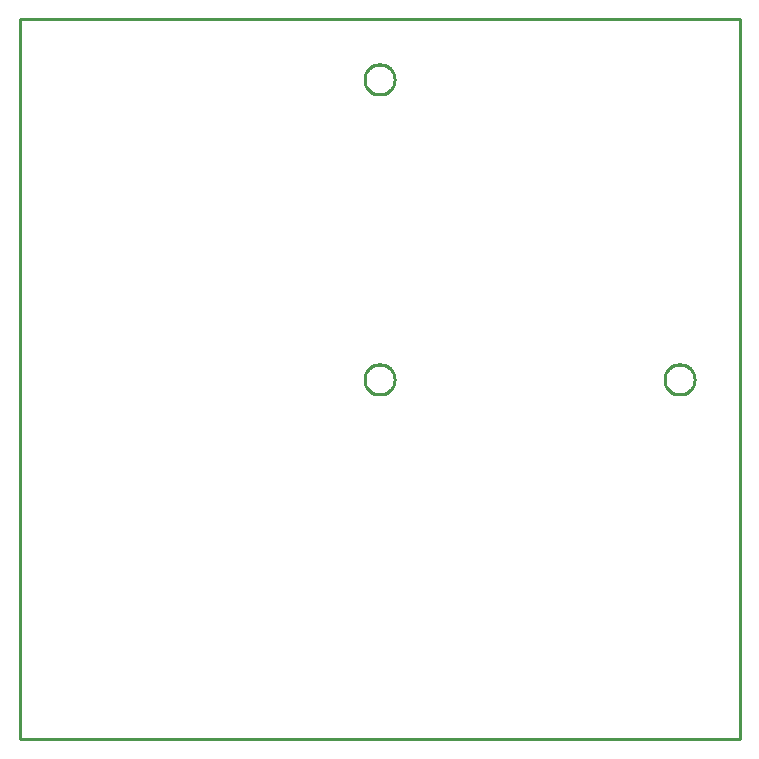
<source format=gbr>
G04 EAGLE Gerber RS-274X export*
G75*
%MOMM*%
%FSLAX34Y34*%
%LPD*%
%IN*%
%IPPOS*%
%AMOC8*
5,1,8,0,0,1.08239X$1,22.5*%
G01*
%ADD10C,0.254000*%


D10*
X0Y0D02*
X609600Y0D01*
X609600Y609600D01*
X0Y609600D01*
X0Y0D01*
X317500Y304301D02*
X317422Y303306D01*
X317266Y302320D01*
X317033Y301350D01*
X316724Y300401D01*
X316342Y299479D01*
X315889Y298590D01*
X315368Y297739D01*
X314781Y296931D01*
X314133Y296173D01*
X313427Y295467D01*
X312669Y294819D01*
X311861Y294232D01*
X311010Y293711D01*
X310121Y293258D01*
X309199Y292876D01*
X308250Y292567D01*
X307280Y292334D01*
X306294Y292178D01*
X305299Y292100D01*
X304301Y292100D01*
X303306Y292178D01*
X302320Y292334D01*
X301350Y292567D01*
X300401Y292876D01*
X299479Y293258D01*
X298590Y293711D01*
X297739Y294232D01*
X296931Y294819D01*
X296173Y295467D01*
X295467Y296173D01*
X294819Y296931D01*
X294232Y297739D01*
X293711Y298590D01*
X293258Y299479D01*
X292876Y300401D01*
X292567Y301350D01*
X292334Y302320D01*
X292178Y303306D01*
X292100Y304301D01*
X292100Y305299D01*
X292178Y306294D01*
X292334Y307280D01*
X292567Y308250D01*
X292876Y309199D01*
X293258Y310121D01*
X293711Y311010D01*
X294232Y311861D01*
X294819Y312669D01*
X295467Y313427D01*
X296173Y314133D01*
X296931Y314781D01*
X297739Y315368D01*
X298590Y315889D01*
X299479Y316342D01*
X300401Y316724D01*
X301350Y317033D01*
X302320Y317266D01*
X303306Y317422D01*
X304301Y317500D01*
X305299Y317500D01*
X306294Y317422D01*
X307280Y317266D01*
X308250Y317033D01*
X309199Y316724D01*
X310121Y316342D01*
X311010Y315889D01*
X311861Y315368D01*
X312669Y314781D01*
X313427Y314133D01*
X314133Y313427D01*
X314781Y312669D01*
X315368Y311861D01*
X315889Y311010D01*
X316342Y310121D01*
X316724Y309199D01*
X317033Y308250D01*
X317266Y307280D01*
X317422Y306294D01*
X317500Y305299D01*
X317500Y304301D01*
X317500Y558301D02*
X317422Y557306D01*
X317266Y556320D01*
X317033Y555350D01*
X316724Y554401D01*
X316342Y553479D01*
X315889Y552590D01*
X315368Y551739D01*
X314781Y550931D01*
X314133Y550173D01*
X313427Y549467D01*
X312669Y548819D01*
X311861Y548232D01*
X311010Y547711D01*
X310121Y547258D01*
X309199Y546876D01*
X308250Y546567D01*
X307280Y546334D01*
X306294Y546178D01*
X305299Y546100D01*
X304301Y546100D01*
X303306Y546178D01*
X302320Y546334D01*
X301350Y546567D01*
X300401Y546876D01*
X299479Y547258D01*
X298590Y547711D01*
X297739Y548232D01*
X296931Y548819D01*
X296173Y549467D01*
X295467Y550173D01*
X294819Y550931D01*
X294232Y551739D01*
X293711Y552590D01*
X293258Y553479D01*
X292876Y554401D01*
X292567Y555350D01*
X292334Y556320D01*
X292178Y557306D01*
X292100Y558301D01*
X292100Y559299D01*
X292178Y560294D01*
X292334Y561280D01*
X292567Y562250D01*
X292876Y563199D01*
X293258Y564121D01*
X293711Y565010D01*
X294232Y565861D01*
X294819Y566669D01*
X295467Y567427D01*
X296173Y568133D01*
X296931Y568781D01*
X297739Y569368D01*
X298590Y569889D01*
X299479Y570342D01*
X300401Y570724D01*
X301350Y571033D01*
X302320Y571266D01*
X303306Y571422D01*
X304301Y571500D01*
X305299Y571500D01*
X306294Y571422D01*
X307280Y571266D01*
X308250Y571033D01*
X309199Y570724D01*
X310121Y570342D01*
X311010Y569889D01*
X311861Y569368D01*
X312669Y568781D01*
X313427Y568133D01*
X314133Y567427D01*
X314781Y566669D01*
X315368Y565861D01*
X315889Y565010D01*
X316342Y564121D01*
X316724Y563199D01*
X317033Y562250D01*
X317266Y561280D01*
X317422Y560294D01*
X317500Y559299D01*
X317500Y558301D01*
X571500Y304301D02*
X571422Y303306D01*
X571266Y302320D01*
X571033Y301350D01*
X570724Y300401D01*
X570342Y299479D01*
X569889Y298590D01*
X569368Y297739D01*
X568781Y296931D01*
X568133Y296173D01*
X567427Y295467D01*
X566669Y294819D01*
X565861Y294232D01*
X565010Y293711D01*
X564121Y293258D01*
X563199Y292876D01*
X562250Y292567D01*
X561280Y292334D01*
X560294Y292178D01*
X559299Y292100D01*
X558301Y292100D01*
X557306Y292178D01*
X556320Y292334D01*
X555350Y292567D01*
X554401Y292876D01*
X553479Y293258D01*
X552590Y293711D01*
X551739Y294232D01*
X550931Y294819D01*
X550173Y295467D01*
X549467Y296173D01*
X548819Y296931D01*
X548232Y297739D01*
X547711Y298590D01*
X547258Y299479D01*
X546876Y300401D01*
X546567Y301350D01*
X546334Y302320D01*
X546178Y303306D01*
X546100Y304301D01*
X546100Y305299D01*
X546178Y306294D01*
X546334Y307280D01*
X546567Y308250D01*
X546876Y309199D01*
X547258Y310121D01*
X547711Y311010D01*
X548232Y311861D01*
X548819Y312669D01*
X549467Y313427D01*
X550173Y314133D01*
X550931Y314781D01*
X551739Y315368D01*
X552590Y315889D01*
X553479Y316342D01*
X554401Y316724D01*
X555350Y317033D01*
X556320Y317266D01*
X557306Y317422D01*
X558301Y317500D01*
X559299Y317500D01*
X560294Y317422D01*
X561280Y317266D01*
X562250Y317033D01*
X563199Y316724D01*
X564121Y316342D01*
X565010Y315889D01*
X565861Y315368D01*
X566669Y314781D01*
X567427Y314133D01*
X568133Y313427D01*
X568781Y312669D01*
X569368Y311861D01*
X569889Y311010D01*
X570342Y310121D01*
X570724Y309199D01*
X571033Y308250D01*
X571266Y307280D01*
X571422Y306294D01*
X571500Y305299D01*
X571500Y304301D01*
M02*

</source>
